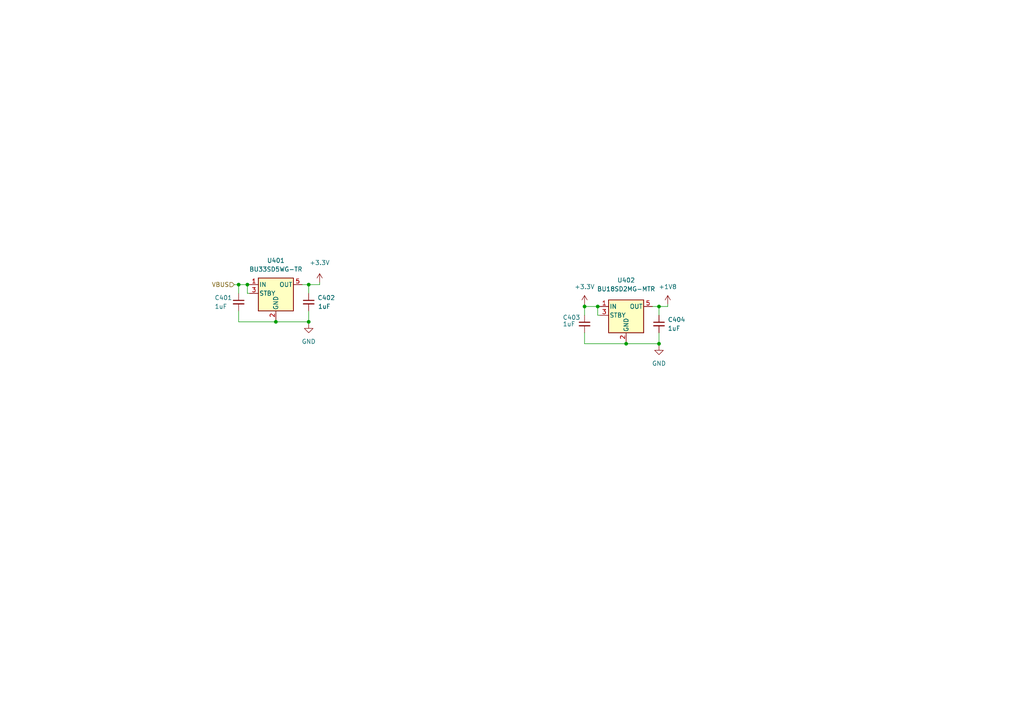
<source format=kicad_sch>
(kicad_sch (version 20211123) (generator eeschema)
  (paper "A4")
  (lib_symbols
    (symbol "Device:C_Small" (pin_numbers hide) (pin_names (offset 0.254) hide)
      (property "Reference" "C" (at 0.254 1.778 0))
      (property "Value" "C_Small" (at 0.254 -2.032 0))
      (symbol "C_Small_0_1"
        (polyline (pts (xy -1.524 -0.508) (xy 1.524 -0.508)) (stroke (width 0.3302)))
        (polyline (pts (xy -1.524 0.508) (xy 1.524 0.508)) (stroke (width 0.3048)))
      )
      (symbol "C_Small_1_1"
        (pin passive line (at 0 2.54 270) (length 2.032) (name "~") (number "1"))
        (pin passive line (at 0 -2.54 90) (length 2.032) (name "~") (number "2"))
      )
    )
    (symbol "WITNS_ROHM:BU18SD2MG-MTR" (pin_names (offset 0.254))
      (property "Reference" "U?" (at 0 9.525 0))
      (property "Value" "BU18SD2MG-MTR" (at 0 6.985 0))
      (symbol "BU18SD2MG-MTR_0_1"
        (rectangle (start -5.08 4.445) (end 5.08 -5.08) (stroke (width 0.254)) (fill (type background)))
      )
      (symbol "BU18SD2MG-MTR_1_1"
        (pin power_in line (at -7.62 2.54 0) (length 2.54) (name "IN") (number "1"))
        (pin power_in line (at 0 -7.62 90) (length 2.54) (name "GND") (number "2"))
        (pin input line (at -7.62 0 0) (length 2.54) (name "STBY") (number "3"))
        (pin no_connect line (at 5.08 0 180) (length 2.54) hide (name "NC") (number "4"))
        (pin power_out line (at 7.62 2.54 180) (length 2.54) (name "OUT") (number "5"))
      )
    )
    (symbol "WITNS_ROHM:BU33SD5WG-TR" (pin_names (offset 0.254))
      (property "Reference" "U?" (at 0 10.16 0))
      (property "Value" "BU33SD5WG-TR" (at 0 7.62 0))
      (symbol "BU33SD5WG-TR_0_1"
        (rectangle (start -5.08 4.445) (end 5.08 -5.08) (stroke (width 0.254)) (fill (type background)))
      )
      (symbol "BU33SD5WG-TR_1_1"
        (pin power_in line (at -7.62 2.54 0) (length 2.54) (name "IN") (number "1"))
        (pin power_in line (at 0 -7.62 90) (length 2.54) (name "GND") (number "2"))
        (pin input line (at -7.62 0 0) (length 2.54) (name "STBY") (number "3"))
        (pin no_connect line (at 5.08 0 180) (length 2.54) hide (name "NC") (number "4"))
        (pin power_out line (at 7.62 2.54 180) (length 2.54) (name "OUT") (number "5"))
      )
    )
    (symbol "power:+1V8" (power) (pin_names (offset 0))
      (property "Value" "+1V8" (at 0 3.556 0))
      (symbol "+1V8_0_1"
        (polyline (pts (xy -0.762 1.27) (xy 0 2.54)))
        (polyline (pts (xy 0 0) (xy 0 2.54)))
        (polyline (pts (xy 0 2.54) (xy 0.762 1.27)))
      )
      (symbol "+1V8_1_1"
        (pin power_in line (at 0 0 90) (length 0) hide (name "+1V8") (number "1"))
      )
    )
    (symbol "power:+3.3V" (power) (pin_names (offset 0))
      (property "Value" "+3.3V" (at 0 3.556 0))
      (symbol "+3.3V_0_1"
        (polyline (pts (xy -0.762 1.27) (xy 0 2.54)))
        (polyline (pts (xy 0 0) (xy 0 2.54)))
        (polyline (pts (xy 0 2.54) (xy 0.762 1.27)))
      )
      (symbol "+3.3V_1_1"
        (pin power_in line (at 0 0 90) (length 0) hide (name "+3.3V") (number "1"))
      )
    )
    (symbol "power:GND" (power) (pin_names (offset 0))
      (property "Value" "GND" (at 0 -3.81 0))
      (symbol "GND_0_1"
        (polyline (pts (xy 0 0) (xy 0 -1.27) (xy 1.27 -1.27) (xy 0 -2.54) (xy -1.27 -1.27) (xy 0 -1.27)))
      )
      (symbol "GND_1_1"
        (pin power_in line (at 0 0 270) (length 0) hide (name "GND") (number "1"))
      )
    )
  )
  (junction (at 71.755 82.55))
  (junction (at 89.535 93.345))
  (junction (at 181.61 99.695))
  (junction (at 169.545 88.9))
  (junction (at 191.135 88.9))
  (junction (at 173.355 88.9))
  (junction (at 80.01 93.345))
  (junction (at 69.215 82.55))
  (junction (at 89.535 82.55))
  (junction (at 191.135 99.695))
  (wire (pts (xy 169.545 88.265) (xy 169.545 88.9)))
  (wire (pts (xy 89.535 82.55) (xy 89.535 85.09)))
  (wire (pts (xy 80.01 93.345) (xy 89.535 93.345)))
  (wire (pts (xy 173.99 91.44) (xy 173.355 91.44)))
  (wire (pts (xy 72.39 85.09) (xy 71.755 85.09)))
  (wire (pts (xy 71.755 85.09) (xy 71.755 82.55)))
  (wire (pts (xy 92.71 82.55) (xy 89.535 82.55)))
  (wire (pts (xy 169.545 88.9) (xy 173.355 88.9)))
  (wire (pts (xy 173.355 91.44) (xy 173.355 88.9)))
  (wire (pts (xy 89.535 93.345) (xy 89.535 93.98)))
  (wire (pts (xy 89.535 93.345) (xy 89.535 90.17)))
  (wire (pts (xy 80.01 92.71) (xy 80.01 93.345)))
  (wire (pts (xy 89.535 82.55) (xy 87.63 82.55)))
  (wire (pts (xy 69.215 82.55) (xy 69.215 85.09)))
  (wire (pts (xy 193.675 88.265) (xy 193.675 88.9)))
  (wire (pts (xy 92.71 81.915) (xy 92.71 82.55)))
  (wire (pts (xy 191.135 88.9) (xy 191.135 91.44)))
  (wire (pts (xy 191.135 99.695) (xy 181.61 99.695)))
  (wire (pts (xy 191.135 99.695) (xy 191.135 100.33)))
  (wire (pts (xy 69.215 93.345) (xy 80.01 93.345)))
  (wire (pts (xy 181.61 99.06) (xy 181.61 99.695)))
  (wire (pts (xy 71.755 82.55) (xy 72.39 82.55)))
  (wire (pts (xy 191.135 88.9) (xy 189.23 88.9)))
  (wire (pts (xy 173.355 88.9) (xy 173.99 88.9)))
  (wire (pts (xy 69.215 82.55) (xy 67.945 82.55)))
  (wire (pts (xy 71.755 82.55) (xy 69.215 82.55)))
  (wire (pts (xy 193.675 88.9) (xy 191.135 88.9)))
  (wire (pts (xy 181.61 99.695) (xy 169.545 99.695)))
  (wire (pts (xy 169.545 99.695) (xy 169.545 96.52)))
  (wire (pts (xy 169.545 88.9) (xy 169.545 91.44)))
  (wire (pts (xy 191.135 96.52) (xy 191.135 99.695)))
  (wire (pts (xy 69.215 90.17) (xy 69.215 93.345)))
  (hierarchical_label "VBUS" (shape input) (at 67.945 82.55 180))
  (symbol (lib_id "power:+3.3V") (at 169.545 88.265 0) (unit 1)
    (property "Reference" "#PWR0115" (effects hide))
    (property "Value" "+3.3V" (at 169.545 83.185 0))
  )
  (symbol (lib_id "WITNS_ROHM:BU18SD2MG-MTR") (at 181.61 91.44 0) (unit 1)
    (property "Reference" "U402" (at 181.61 81.28 0))
    (property "Value" "BU18SD2MG-MTR" (at 181.61 83.82 0))
    (property "Footprint" "Package_TO_SOT_SMD:SOT-23-5" (effects hide))
    (property "Datasheet" "https://fscdn.rohm.com/en/products/databook/datasheet/ic/power/linear_regulator/buxxsd2mg-m-e.pdf" (effects hide))
  )
  (symbol (lib_id "Device:C_Small") (at 89.535 87.63 0) (unit 1)
    (property "Reference" "C402" (at 92.075 86.3662 0) (effects (justify left)))
    (property "Value" "1uF" (at 95.885 88.9 0) (effects (justify right)))
    (property "Footprint" "Capacitor_SMD:C_0603_1608Metric" (effects hide))
  )
  (symbol (lib_id "Device:C_Small") (at 191.135 93.98 0) (unit 1)
    (property "Reference" "C404" (at 193.675 92.7162 0) (effects (justify left)))
    (property "Value" "1uF" (at 193.675 95.2562 0) (effects (justify left)))
    (property "Footprint" "Capacitor_SMD:C_0603_1608Metric" (effects hide))
  )
  (symbol (lib_id "Device:C_Small") (at 169.545 93.98 0) (unit 1)
    (property "Reference" "C403" (at 163.195 92.075 0) (effects (justify left)))
    (property "Value" "1uF" (at 163.195 93.98 0) (effects (justify left)))
    (property "Footprint" "Capacitor_SMD:C_0603_1608Metric" (effects hide))
  )
  (symbol (lib_id "WITNS_ROHM:BU33SD5WG-TR") (at 80.01 85.09 0) (unit 1)
    (property "Reference" "U401" (at 80.01 75.565 0))
    (property "Value" "BU33SD5WG-TR" (at 80.01 78.105 0))
    (property "Footprint" "Package_TO_SOT_SMD:SOT-23-5" (effects hide))
    (property "Datasheet" "https://fscdn.rohm.com/en/products/databook/datasheet/ic/power/linear_regulator/buxxsd5wg-e.pdf" (effects hide))
  )
  (symbol (lib_id "Device:C_Small") (at 69.215 87.63 0) (unit 1)
    (property "Reference" "C401" (at 62.23 86.36 0) (effects (justify left)))
    (property "Value" "1uF" (at 62.23 88.9 0) (effects (justify left)))
    (property "Footprint" "Capacitor_SMD:C_0603_1608Metric" (effects hide))
  )
  (symbol (lib_id "power:+1V8") (at 193.675 88.265 0) (unit 1)
    (property "Reference" "#PWR0114" (effects hide))
    (property "Value" "+1V8" (at 193.675 83.185 0))
  )
  (symbol (lib_id "power:GND") (at 89.535 93.98 0) (unit 1)
    (property "Reference" "#PWR0118" (effects hide))
    (property "Value" "GND" (at 89.535 99.06 0))
  )
  (symbol (lib_id "power:GND") (at 191.135 100.33 0) (unit 1)
    (property "Reference" "#PWR0116" (effects hide))
    (property "Value" "GND" (at 191.135 105.41 0))
  )
  (symbol (lib_id "power:+3.3V") (at 92.71 81.915 0) (unit 1)
    (property "Reference" "#PWR0117" (effects hide))
    (property "Value" "+3.3V" (at 92.71 76.2 0))
  )
)
</source>
